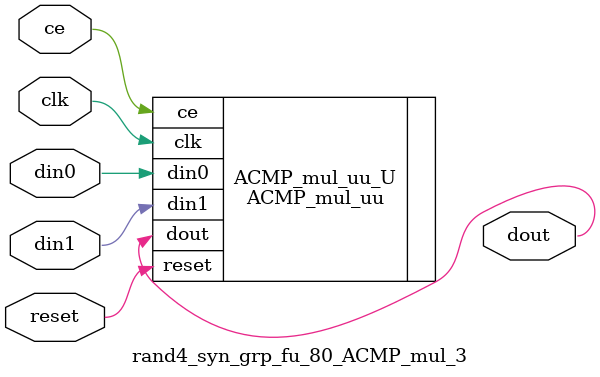
<source format=v>

`timescale 1 ns / 1 ps
module rand4_syn_grp_fu_80_ACMP_mul_3(
    clk,
    reset,
    ce,
    din0,
    din1,
    dout);

parameter ID = 32'd1;
parameter NUM_STAGE = 32'd1;
parameter din0_WIDTH = 32'd1;
parameter din1_WIDTH = 32'd1;
parameter dout_WIDTH = 32'd1;
input clk;
input reset;
input ce;
input[din0_WIDTH - 1:0] din0;
input[din1_WIDTH - 1:0] din1;
output[dout_WIDTH - 1:0] dout;



ACMP_mul_uu #(
.ID( ID ),
.NUM_STAGE( 2 ),
.din0_WIDTH( din0_WIDTH ),
.din1_WIDTH( din1_WIDTH ),
.dout_WIDTH( dout_WIDTH ))
ACMP_mul_uu_U(
    .clk( clk ),
    .reset( reset ),
    .ce( ce ),
    .din0( din0 ),
    .din1( din1 ),
    .dout( dout ));

endmodule

</source>
